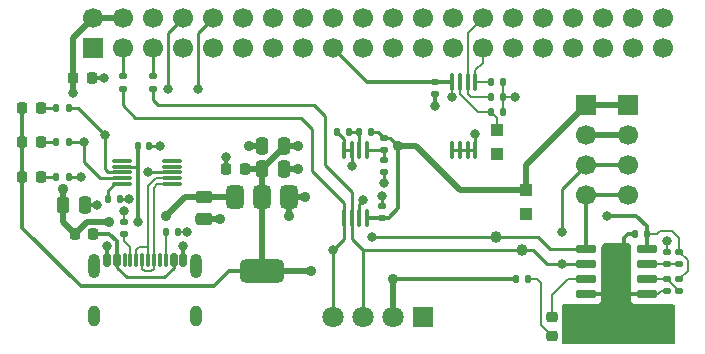
<source format=gtl>
G04 #@! TF.GenerationSoftware,KiCad,Pcbnew,9.0.6-9.0.6~ubuntu22.04.1*
G04 #@! TF.CreationDate,2025-12-28T21:54:20+02:00*
G04 #@! TF.ProjectId,rpi_i2c_board,7270695f-6932-4635-9f62-6f6172642e6b,1.0*
G04 #@! TF.SameCoordinates,PX5f5e100PY5f5e100*
G04 #@! TF.FileFunction,Copper,L1,Top*
G04 #@! TF.FilePolarity,Positive*
%FSLAX46Y46*%
G04 Gerber Fmt 4.6, Leading zero omitted, Abs format (unit mm)*
G04 Created by KiCad (PCBNEW 9.0.6-9.0.6~ubuntu22.04.1) date 2025-12-28 21:54:20*
%MOMM*%
%LPD*%
G01*
G04 APERTURE LIST*
G04 Aperture macros list*
%AMRoundRect*
0 Rectangle with rounded corners*
0 $1 Rounding radius*
0 $2 $3 $4 $5 $6 $7 $8 $9 X,Y pos of 4 corners*
0 Add a 4 corners polygon primitive as box body*
4,1,4,$2,$3,$4,$5,$6,$7,$8,$9,$2,$3,0*
0 Add four circle primitives for the rounded corners*
1,1,$1+$1,$2,$3*
1,1,$1+$1,$4,$5*
1,1,$1+$1,$6,$7*
1,1,$1+$1,$8,$9*
0 Add four rect primitives between the rounded corners*
20,1,$1+$1,$2,$3,$4,$5,0*
20,1,$1+$1,$4,$5,$6,$7,0*
20,1,$1+$1,$6,$7,$8,$9,0*
20,1,$1+$1,$8,$9,$2,$3,0*%
G04 Aperture macros list end*
G04 #@! TA.AperFunction,SMDPad,CuDef*
%ADD10RoundRect,0.135000X-0.185000X0.135000X-0.185000X-0.135000X0.185000X-0.135000X0.185000X0.135000X0*%
G04 #@! TD*
G04 #@! TA.AperFunction,SMDPad,CuDef*
%ADD11RoundRect,0.135000X-0.135000X-0.185000X0.135000X-0.185000X0.135000X0.185000X-0.135000X0.185000X0*%
G04 #@! TD*
G04 #@! TA.AperFunction,SMDPad,CuDef*
%ADD12RoundRect,0.250000X0.250000X0.475000X-0.250000X0.475000X-0.250000X-0.475000X0.250000X-0.475000X0*%
G04 #@! TD*
G04 #@! TA.AperFunction,ComponentPad*
%ADD13R,1.000000X1.000000*%
G04 #@! TD*
G04 #@! TA.AperFunction,ComponentPad*
%ADD14R,1.700000X1.700000*%
G04 #@! TD*
G04 #@! TA.AperFunction,ComponentPad*
%ADD15C,1.700000*%
G04 #@! TD*
G04 #@! TA.AperFunction,SMDPad,CuDef*
%ADD16RoundRect,0.140000X0.140000X0.170000X-0.140000X0.170000X-0.140000X-0.170000X0.140000X-0.170000X0*%
G04 #@! TD*
G04 #@! TA.AperFunction,SMDPad,CuDef*
%ADD17RoundRect,0.218750X-0.256250X0.218750X-0.256250X-0.218750X0.256250X-0.218750X0.256250X0.218750X0*%
G04 #@! TD*
G04 #@! TA.AperFunction,SMDPad,CuDef*
%ADD18RoundRect,0.135000X0.135000X0.185000X-0.135000X0.185000X-0.135000X-0.185000X0.135000X-0.185000X0*%
G04 #@! TD*
G04 #@! TA.AperFunction,SMDPad,CuDef*
%ADD19RoundRect,0.218750X0.218750X0.256250X-0.218750X0.256250X-0.218750X-0.256250X0.218750X-0.256250X0*%
G04 #@! TD*
G04 #@! TA.AperFunction,SMDPad,CuDef*
%ADD20RoundRect,0.225000X0.225000X0.250000X-0.225000X0.250000X-0.225000X-0.250000X0.225000X-0.250000X0*%
G04 #@! TD*
G04 #@! TA.AperFunction,SMDPad,CuDef*
%ADD21RoundRect,0.150000X-0.150000X-0.425000X0.150000X-0.425000X0.150000X0.425000X-0.150000X0.425000X0*%
G04 #@! TD*
G04 #@! TA.AperFunction,SMDPad,CuDef*
%ADD22RoundRect,0.075000X-0.075000X-0.500000X0.075000X-0.500000X0.075000X0.500000X-0.075000X0.500000X0*%
G04 #@! TD*
G04 #@! TA.AperFunction,HeatsinkPad*
%ADD23O,1.000000X2.100000*%
G04 #@! TD*
G04 #@! TA.AperFunction,HeatsinkPad*
%ADD24O,1.000000X1.800000*%
G04 #@! TD*
G04 #@! TA.AperFunction,SMDPad,CuDef*
%ADD25RoundRect,0.250000X-0.250000X-0.475000X0.250000X-0.475000X0.250000X0.475000X-0.250000X0.475000X0*%
G04 #@! TD*
G04 #@! TA.AperFunction,SMDPad,CuDef*
%ADD26C,1.000000*%
G04 #@! TD*
G04 #@! TA.AperFunction,SMDPad,CuDef*
%ADD27RoundRect,0.135000X0.185000X-0.135000X0.185000X0.135000X-0.185000X0.135000X-0.185000X-0.135000X0*%
G04 #@! TD*
G04 #@! TA.AperFunction,SMDPad,CuDef*
%ADD28RoundRect,0.140000X-0.170000X0.140000X-0.170000X-0.140000X0.170000X-0.140000X0.170000X0.140000X0*%
G04 #@! TD*
G04 #@! TA.AperFunction,SMDPad,CuDef*
%ADD29RoundRect,0.250000X-0.475000X0.250000X-0.475000X-0.250000X0.475000X-0.250000X0.475000X0.250000X0*%
G04 #@! TD*
G04 #@! TA.AperFunction,SMDPad,CuDef*
%ADD30RoundRect,0.218750X-0.218750X-0.256250X0.218750X-0.256250X0.218750X0.256250X-0.218750X0.256250X0*%
G04 #@! TD*
G04 #@! TA.AperFunction,SMDPad,CuDef*
%ADD31RoundRect,0.150000X-0.725000X-0.150000X0.725000X-0.150000X0.725000X0.150000X-0.725000X0.150000X0*%
G04 #@! TD*
G04 #@! TA.AperFunction,SMDPad,CuDef*
%ADD32RoundRect,0.140000X0.170000X-0.140000X0.170000X0.140000X-0.170000X0.140000X-0.170000X-0.140000X0*%
G04 #@! TD*
G04 #@! TA.AperFunction,SMDPad,CuDef*
%ADD33RoundRect,0.100000X-0.100000X0.637500X-0.100000X-0.637500X0.100000X-0.637500X0.100000X0.637500X0*%
G04 #@! TD*
G04 #@! TA.AperFunction,SMDPad,CuDef*
%ADD34RoundRect,0.375000X-0.375000X0.625000X-0.375000X-0.625000X0.375000X-0.625000X0.375000X0.625000X0*%
G04 #@! TD*
G04 #@! TA.AperFunction,SMDPad,CuDef*
%ADD35RoundRect,0.500000X-1.400000X0.500000X-1.400000X-0.500000X1.400000X-0.500000X1.400000X0.500000X0*%
G04 #@! TD*
G04 #@! TA.AperFunction,SMDPad,CuDef*
%ADD36RoundRect,0.225000X-0.225000X-0.250000X0.225000X-0.250000X0.225000X0.250000X-0.225000X0.250000X0*%
G04 #@! TD*
G04 #@! TA.AperFunction,SMDPad,CuDef*
%ADD37RoundRect,0.140000X-0.140000X-0.170000X0.140000X-0.170000X0.140000X0.170000X-0.140000X0.170000X0*%
G04 #@! TD*
G04 #@! TA.AperFunction,SMDPad,CuDef*
%ADD38RoundRect,0.087500X0.725000X0.087500X-0.725000X0.087500X-0.725000X-0.087500X0.725000X-0.087500X0*%
G04 #@! TD*
G04 #@! TA.AperFunction,SMDPad,CuDef*
%ADD39RoundRect,0.100000X0.100000X-0.637500X0.100000X0.637500X-0.100000X0.637500X-0.100000X-0.637500X0*%
G04 #@! TD*
G04 #@! TA.AperFunction,ComponentPad*
%ADD40R,1.800000X1.800000*%
G04 #@! TD*
G04 #@! TA.AperFunction,ComponentPad*
%ADD41C,1.800000*%
G04 #@! TD*
G04 #@! TA.AperFunction,ViaPad*
%ADD42C,0.900000*%
G04 #@! TD*
G04 #@! TA.AperFunction,ViaPad*
%ADD43C,0.800000*%
G04 #@! TD*
G04 #@! TA.AperFunction,Conductor*
%ADD44C,0.350000*%
G04 #@! TD*
G04 #@! TA.AperFunction,Conductor*
%ADD45C,0.300000*%
G04 #@! TD*
G04 #@! TA.AperFunction,Conductor*
%ADD46C,0.250000*%
G04 #@! TD*
G04 #@! TA.AperFunction,Conductor*
%ADD47C,0.500000*%
G04 #@! TD*
G04 #@! TA.AperFunction,Conductor*
%ADD48C,0.200000*%
G04 #@! TD*
G04 APERTURE END LIST*
D10*
X13450000Y22860000D03*
X13450000Y21840000D03*
D11*
X5308500Y14351000D03*
X6328500Y14351000D03*
D12*
X24597400Y16967200D03*
X22697400Y16967200D03*
D10*
X33020000Y17647000D03*
X33020000Y16627000D03*
D11*
X5308500Y20193000D03*
X6328500Y20193000D03*
D13*
X42572000Y16256000D03*
D14*
X53680000Y20447000D03*
D15*
X53680000Y17907000D03*
X53680000Y15367000D03*
X53680000Y12827000D03*
D16*
X13169400Y16944000D03*
X12209400Y16944000D03*
D11*
X44192000Y5715000D03*
X45212000Y5715000D03*
D17*
X47244000Y2489300D03*
X47244000Y914300D03*
D18*
X30048200Y18161000D03*
X29028200Y18161000D03*
D19*
X3962500Y20193000D03*
X2387500Y20193000D03*
X3962500Y17280000D03*
X2387500Y17280000D03*
D11*
X5308500Y17280000D03*
X6328500Y17280000D03*
D20*
X21248600Y14986000D03*
X19698600Y14986000D03*
D21*
X9620000Y7355000D03*
X10420000Y7355000D03*
D22*
X11570000Y7355000D03*
X12570000Y7355000D03*
X13070000Y7355000D03*
X14070000Y7355000D03*
D21*
X15220000Y7355000D03*
X16020000Y7355000D03*
X16020000Y7355000D03*
X15220000Y7355000D03*
D22*
X14570000Y7355000D03*
X13570000Y7355000D03*
X12070000Y7355000D03*
X11070000Y7355000D03*
D21*
X10420000Y7355000D03*
X9620000Y7355000D03*
D23*
X8500000Y6780000D03*
D24*
X8500000Y2600000D03*
D23*
X17140000Y6780000D03*
D24*
X17140000Y2600000D03*
D10*
X11049000Y10568400D03*
X11049000Y9548400D03*
X57023000Y5715000D03*
X57023000Y4695000D03*
D25*
X5841400Y11938000D03*
X7741400Y11938000D03*
D18*
X15590000Y9657000D03*
X14570000Y9657000D03*
X31967000Y18161000D03*
X30947000Y18161000D03*
D26*
X42545000Y9271000D03*
D27*
X57023000Y6985000D03*
X57023000Y8005000D03*
D28*
X37365000Y22352000D03*
X37365000Y21392000D03*
D10*
X33020000Y15773400D03*
X33020000Y14753400D03*
D13*
X45085000Y11176000D03*
D25*
X22707600Y14986000D03*
X24607600Y14986000D03*
D13*
X45085000Y13208000D03*
D29*
X17780000Y12675000D03*
X17780000Y10775000D03*
D10*
X10910000Y22860000D03*
X10910000Y21840000D03*
D30*
X6858600Y9525000D03*
X8433600Y9525000D03*
D31*
X50130000Y8255000D03*
X50130000Y6985000D03*
X50130000Y5715000D03*
X50130000Y4445000D03*
X55280000Y4445000D03*
X55280000Y5715000D03*
X55280000Y6985000D03*
X55280000Y8255000D03*
D26*
X44704000Y8150000D03*
D14*
X50130000Y20447000D03*
D15*
X50130000Y17907000D03*
X50130000Y15367000D03*
X50130000Y12827000D03*
D10*
X58039000Y8005000D03*
X58039000Y6985000D03*
D16*
X55280000Y9525000D03*
X54320000Y9525000D03*
D18*
X43084000Y21082000D03*
X42064000Y21082000D03*
D32*
X32893000Y10902000D03*
X32893000Y11862000D03*
D33*
X31597000Y16627000D03*
X30947000Y16627000D03*
X30297000Y16627000D03*
X29647000Y16627000D03*
X29647000Y10902000D03*
X30297000Y10902000D03*
X30947000Y10902000D03*
X31597000Y10902000D03*
D10*
X58039000Y5719000D03*
X58039000Y4699000D03*
D34*
X25007600Y12675000D03*
X22707600Y12675000D03*
D35*
X22707600Y6375000D03*
D34*
X20407600Y12675000D03*
D19*
X3962500Y14351000D03*
X2387500Y14351000D03*
D13*
X42572000Y18288000D03*
D36*
X6731000Y22733000D03*
X8281000Y22733000D03*
D37*
X9712200Y12473600D03*
X10672200Y12473600D03*
D38*
X15050500Y13732000D03*
X15050500Y14232000D03*
X15050500Y14732000D03*
X15050500Y15232000D03*
X15050500Y15732000D03*
X10825500Y15732000D03*
X10825500Y15232000D03*
X10825500Y14732000D03*
X10825500Y14232000D03*
X10825500Y13732000D03*
D39*
X38832000Y16627000D03*
X39482000Y16627000D03*
X40132000Y16627000D03*
X40782000Y16627000D03*
X40782000Y22352000D03*
X40132000Y22352000D03*
X39482000Y22352000D03*
X38832000Y22352000D03*
D18*
X43082000Y22352000D03*
X42062000Y22352000D03*
X43084000Y19812000D03*
X42064000Y19812000D03*
D40*
X36300000Y2500000D03*
D41*
X33760000Y2500000D03*
X31220000Y2500000D03*
X28680000Y2500000D03*
D14*
X8370000Y25230000D03*
D15*
X8370000Y27770000D03*
X10910000Y25230000D03*
X10910000Y27770000D03*
X13450000Y25230000D03*
X13450000Y27770000D03*
X15990000Y25230000D03*
X15990000Y27770000D03*
X18530000Y25230000D03*
X18530000Y27770000D03*
X21070000Y25230000D03*
X21070000Y27770000D03*
X23610000Y25230000D03*
X23610000Y27770000D03*
X26150000Y25230000D03*
X26150000Y27770000D03*
X28690000Y25230000D03*
X28690000Y27770000D03*
X31230000Y25230000D03*
X31230000Y27770000D03*
X33770000Y25230000D03*
X33770000Y27770000D03*
X36310000Y25230000D03*
X36310000Y27770000D03*
X38850000Y25230000D03*
X38850000Y27770000D03*
X41390000Y25230000D03*
X41390000Y27770000D03*
X43930000Y25230000D03*
X43930000Y27770000D03*
X46470000Y25230000D03*
X46470000Y27770000D03*
X49010000Y25230000D03*
X49010000Y27770000D03*
X51550000Y25230000D03*
X51550000Y27770000D03*
X54090000Y25230000D03*
X54090000Y27770000D03*
X56630000Y25230000D03*
X56630000Y27770000D03*
D42*
X53340000Y5715000D03*
X53340000Y1270000D03*
D43*
X32893000Y12750800D03*
X57023000Y8890000D03*
X9322400Y22733000D03*
D42*
X55880000Y2540000D03*
D43*
X9620000Y8509000D03*
X13065000Y14732000D03*
X37365000Y20402000D03*
D42*
X54610000Y2540000D03*
X53340000Y8255000D03*
D43*
X11430000Y12473600D03*
D42*
X54610000Y1270000D03*
X53340000Y6985000D03*
X52070000Y6985000D03*
X26390600Y12675000D03*
D43*
X14086400Y16944000D03*
X8737600Y11938000D03*
D42*
X50800000Y2540000D03*
D43*
X30297000Y15316200D03*
X40782000Y18000000D03*
X16383000Y9657000D03*
D42*
X52070000Y8255000D03*
D43*
X16020000Y8509000D03*
D42*
X49530000Y2540000D03*
X52070000Y4445000D03*
X49530000Y1270000D03*
D43*
X11049000Y11430000D03*
D42*
X52070000Y5715000D03*
D43*
X7366000Y14351000D03*
D42*
X53340000Y4445000D03*
D43*
X33020000Y13868400D03*
D42*
X52070000Y1270000D03*
X55880000Y1270000D03*
X52070000Y2540000D03*
X19177000Y10775000D03*
D43*
X31292800Y12395200D03*
X19698600Y16001400D03*
D42*
X50800000Y1270000D03*
X25007600Y11049000D03*
X53340000Y2540000D03*
X21590000Y16941800D03*
X25755600Y14986000D03*
D43*
X7620000Y17280000D03*
X14720000Y21840000D03*
X17260000Y21840000D03*
X9398000Y17907000D03*
D42*
X9779000Y10541000D03*
D43*
X6731000Y21463000D03*
D42*
X5841400Y13309600D03*
D43*
X12217400Y10541000D03*
D42*
X14570000Y11049000D03*
D43*
X51943000Y11049000D03*
D42*
X25755600Y16967200D03*
X34264600Y16967200D03*
X33760000Y5715000D03*
X26898600Y6375400D03*
D43*
X48133000Y6985000D03*
X48133000Y9652000D03*
X28680000Y8131000D03*
X32004000Y9271000D03*
X44100000Y21082000D03*
X38832000Y21082000D03*
D44*
X55280000Y4445000D02*
X53340000Y4445000D01*
X7741400Y11938000D02*
X8737600Y11938000D01*
D45*
X37365000Y21392000D02*
X37365000Y20402000D01*
D44*
X19698600Y16001400D02*
X19698600Y14986000D01*
X9322400Y22733000D02*
X8281000Y22733000D01*
D46*
X33020000Y14753400D02*
X33020000Y13868400D01*
D47*
X50130000Y17907000D02*
X53680000Y17907000D01*
D46*
X13169400Y16944000D02*
X14086400Y16944000D01*
D45*
X53340000Y8255000D02*
X53340000Y9144000D01*
D47*
X26390600Y12675000D02*
X25007600Y12675000D01*
D48*
X11049000Y10568400D02*
X11049000Y11430000D01*
D47*
X22707600Y16941800D02*
X21590000Y16941800D01*
D45*
X54320000Y9525000D02*
X53721000Y9525000D01*
D44*
X9620000Y7355000D02*
X9620000Y8509000D01*
D46*
X39482000Y16627000D02*
X40132000Y16627000D01*
X38832000Y16627000D02*
X39482000Y16627000D01*
D47*
X17780000Y10775000D02*
X19177000Y10775000D01*
D44*
X50130000Y4445000D02*
X52070000Y4445000D01*
D48*
X57023000Y4695000D02*
X56511000Y4695000D01*
D47*
X24607600Y14986000D02*
X25755600Y14986000D01*
D46*
X32893000Y12750800D02*
X32893000Y11862000D01*
D47*
X25007600Y11049000D02*
X25007600Y12675000D01*
D48*
X57023000Y8890000D02*
X57023000Y8005000D01*
D46*
X6328500Y14351000D02*
X7366000Y14351000D01*
X40132000Y16627000D02*
X40782000Y16627000D01*
D45*
X53340000Y9144000D02*
X53721000Y9525000D01*
D48*
X15590000Y9657000D02*
X16383000Y9657000D01*
D44*
X16020000Y7355000D02*
X16020000Y8509000D01*
D46*
X10672200Y12473600D02*
X11430000Y12473600D01*
X29647000Y16627000D02*
X29647000Y17542200D01*
D48*
X55280000Y4445000D02*
X56261000Y4445000D01*
D46*
X15050500Y14732000D02*
X13065000Y14732000D01*
X30947000Y10902000D02*
X30947000Y12049400D01*
X40782000Y16627000D02*
X40782000Y18000000D01*
X29647000Y17542200D02*
X29028200Y18161000D01*
X30947000Y12049400D02*
X31292800Y12395200D01*
X30297000Y16627000D02*
X30297000Y15316200D01*
X29647000Y16627000D02*
X30297000Y16627000D01*
D48*
X56511000Y4695000D02*
X56261000Y4445000D01*
D46*
X10910000Y25230000D02*
X10910000Y22860000D01*
X13450000Y25230000D02*
X13450000Y22860000D01*
X15990000Y27770000D02*
X14720000Y26500000D01*
X10825500Y14232000D02*
X9017000Y14232000D01*
X14720000Y26500000D02*
X14720000Y22225000D01*
X6328500Y17280000D02*
X7620000Y17280000D01*
X7620000Y17280000D02*
X7620000Y15629000D01*
X7620000Y15629000D02*
X9017000Y14232000D01*
X6328500Y20193000D02*
X7112000Y20193000D01*
X9398000Y15045000D02*
X9398000Y17907000D01*
X17260000Y22225000D02*
X17260000Y26500000D01*
X17260000Y26500000D02*
X18530000Y27770000D01*
X9711000Y14732000D02*
X9398000Y15045000D01*
X7112000Y20193000D02*
X9398000Y17907000D01*
X10825500Y14732000D02*
X9711000Y14732000D01*
D48*
X40782000Y22352000D02*
X42062000Y22352000D01*
X42064000Y22352000D02*
X40782000Y22352000D01*
X40782000Y23395000D02*
X41390000Y24003000D01*
X41390000Y25230000D02*
X41390000Y24003000D01*
X40782000Y22352000D02*
X40782000Y23395000D01*
X40132000Y21336000D02*
X40132000Y22352000D01*
X40132000Y26512000D02*
X40132000Y22352000D01*
X41390000Y27770000D02*
X40132000Y26512000D01*
X40386000Y21082000D02*
X40132000Y21336000D01*
X42064000Y21082000D02*
X40386000Y21082000D01*
D45*
X12217400Y15240000D02*
X12217400Y16936000D01*
D47*
X17780000Y12675000D02*
X16196000Y12675000D01*
X9779000Y10541000D02*
X7874600Y10541000D01*
X7874600Y10541000D02*
X6858600Y9525000D01*
X5841400Y11938000D02*
X5841400Y10542200D01*
X17780000Y12675000D02*
X20407600Y12675000D01*
D46*
X12217400Y16936000D02*
X12209400Y16944000D01*
D45*
X12217400Y15240000D02*
X12217400Y10541000D01*
D47*
X6731000Y21717000D02*
X6731000Y22733000D01*
X10910000Y27770000D02*
X8370000Y27770000D01*
X6731000Y22733000D02*
X6731000Y26131000D01*
D46*
X12209400Y15232000D02*
X12217400Y15240000D01*
D47*
X8370000Y27770000D02*
X6731000Y26131000D01*
X16196000Y12675000D02*
X14570000Y11049000D01*
X5841400Y11684000D02*
X5841400Y13309600D01*
D46*
X10825500Y15232000D02*
X12209400Y15232000D01*
D47*
X5841400Y10542200D02*
X6858600Y9525000D01*
X24597400Y16967200D02*
X24597400Y16875800D01*
D45*
X55280000Y10160000D02*
X55280000Y9525000D01*
D46*
X31967000Y18161000D02*
X32506000Y18161000D01*
D47*
X45085000Y15402000D02*
X50130000Y20447000D01*
D48*
X58737500Y6477000D02*
X58737500Y7306500D01*
D44*
X19938600Y6375000D02*
X22707600Y6375000D01*
D45*
X51943000Y11049000D02*
X54391000Y11049000D01*
D44*
X18643600Y5080000D02*
X19938600Y6375000D01*
D48*
X57404000Y9779000D02*
X58039000Y9144000D01*
D47*
X24597400Y16875800D02*
X22707600Y14986000D01*
D48*
X58737500Y6477000D02*
X58737500Y6417500D01*
D44*
X2387500Y20193000D02*
X2387500Y17280000D01*
D48*
X58039000Y9144000D02*
X58039000Y8005000D01*
D47*
X22707600Y6375000D02*
X26898200Y6375000D01*
D48*
X55280000Y9525000D02*
X56134000Y9525000D01*
D44*
X2387500Y17280000D02*
X2387500Y14351000D01*
X31597000Y10902000D02*
X32893000Y10902000D01*
D45*
X54391000Y11049000D02*
X55280000Y10160000D01*
D44*
X2387500Y10058500D02*
X7366000Y5080000D01*
D47*
X34264600Y16967200D02*
X35712400Y16967200D01*
D44*
X2387500Y14351000D02*
X2387500Y10058500D01*
D46*
X32506000Y18161000D02*
X33020000Y17647000D01*
D45*
X55280000Y9525000D02*
X55280000Y8255000D01*
D46*
X33584800Y17647000D02*
X34264600Y16967200D01*
D47*
X39471600Y13208000D02*
X45085000Y13208000D01*
D44*
X34264600Y16967200D02*
X34264600Y11734800D01*
D47*
X26898200Y6375000D02*
X26898600Y6375400D01*
D44*
X32893000Y10902000D02*
X33431800Y10902000D01*
D46*
X33020000Y17647000D02*
X33584800Y17647000D01*
D47*
X39471600Y13208000D02*
X35712400Y16967200D01*
D44*
X7366000Y5080000D02*
X18643600Y5080000D01*
D47*
X21248600Y14986000D02*
X22707600Y14986000D01*
X22707600Y12675000D02*
X22707600Y14986000D01*
D48*
X58737500Y6417500D02*
X58039000Y5719000D01*
D44*
X33431800Y10902000D02*
X34264600Y11734800D01*
D47*
X33760000Y2500000D02*
X33760000Y5715000D01*
X25755600Y16967200D02*
X24597400Y16967200D01*
D48*
X57404000Y9779000D02*
X56388000Y9779000D01*
X58737500Y7306500D02*
X58039000Y8005000D01*
D47*
X50130000Y20447000D02*
X53680000Y20447000D01*
X45085000Y13208000D02*
X45085000Y15402000D01*
D48*
X56388000Y9779000D02*
X56134000Y9525000D01*
D45*
X44192000Y5715000D02*
X33760000Y5715000D01*
D47*
X22707600Y6375000D02*
X22707600Y12675000D01*
D48*
X42572000Y19304000D02*
X42064000Y19812000D01*
X39482000Y22352000D02*
X39482000Y21336000D01*
X41006000Y19812000D02*
X39482000Y21336000D01*
X42064000Y19812000D02*
X41006000Y19812000D01*
X42572000Y18288000D02*
X42572000Y19304000D01*
D46*
X45672600Y8150000D02*
X44704000Y8150000D01*
X31220000Y2500000D02*
X31220000Y8150000D01*
X13450000Y21840000D02*
X13450000Y20840000D01*
X13868400Y20421600D02*
X27076400Y20421600D01*
X13450000Y20840000D02*
X13868400Y20421600D01*
X48133000Y9652000D02*
X48133000Y13370000D01*
X48133000Y13370000D02*
X50130000Y15367000D01*
X30297000Y9073000D02*
X31220000Y8150000D01*
X30297000Y13086200D02*
X28016200Y15367000D01*
D44*
X50130000Y15367000D02*
X53680000Y15367000D01*
D46*
X30297000Y10902000D02*
X30297000Y9073000D01*
X27076400Y20421600D02*
X28016200Y19481800D01*
X28016200Y19481800D02*
X28016200Y15367000D01*
X46837600Y6985000D02*
X50130000Y6985000D01*
X46837600Y6985000D02*
X45672600Y8150000D01*
X30297000Y10902000D02*
X30297000Y13086200D01*
X44704000Y8150000D02*
X31220000Y8150000D01*
X26924000Y14859000D02*
X26924000Y18415000D01*
X29647000Y12136000D02*
X26924000Y14859000D01*
X50130000Y8255000D02*
X47117000Y8255000D01*
D44*
X50130000Y12827000D02*
X53680000Y12827000D01*
X50130000Y8255000D02*
X50130000Y12827000D01*
D46*
X26924000Y18415000D02*
X25984200Y19354800D01*
X46101000Y9271000D02*
X42164000Y9271000D01*
X29647000Y10902000D02*
X29647000Y12136000D01*
X47117000Y8255000D02*
X46101000Y9271000D01*
X25984200Y19354800D02*
X11988800Y19354800D01*
X42164000Y9271000D02*
X32004000Y9271000D01*
X29647000Y9098000D02*
X29647000Y10902000D01*
X28680000Y8131000D02*
X29647000Y9098000D01*
X11988800Y19354800D02*
X10910000Y20433600D01*
X28680000Y2500000D02*
X28680000Y8131000D01*
X10910000Y20433600D02*
X10910000Y21840000D01*
X30048200Y18161000D02*
X30947000Y18161000D01*
X30947000Y16627000D02*
X30947000Y18288000D01*
X33020000Y16627000D02*
X33020000Y15773400D01*
X31597000Y16627000D02*
X33020000Y16627000D01*
D48*
X14570000Y7355000D02*
X14570000Y9657000D01*
X11049000Y8903000D02*
X11570000Y8382000D01*
X11570000Y7355000D02*
X11570000Y8382000D01*
X11049000Y9548400D02*
X11049000Y8903000D01*
X13570000Y13459000D02*
X13843000Y13732000D01*
X12570000Y6582500D02*
X12802500Y6350000D01*
X13843000Y13732000D02*
X15050500Y13732000D01*
X12802500Y6350000D02*
X13337500Y6350000D01*
X13570000Y6582500D02*
X13337500Y6350000D01*
X13570000Y7355000D02*
X13570000Y6582500D01*
X13570000Y7355000D02*
X13570000Y13459000D01*
X12570000Y7355000D02*
X12570000Y6582500D01*
X13070000Y13602000D02*
X13700000Y14232000D01*
X12070000Y8194000D02*
X12258000Y8382000D01*
X13700000Y14232000D02*
X15050500Y14232000D01*
X12258000Y8382000D02*
X13070000Y8382000D01*
X12070000Y7355000D02*
X12070000Y8194000D01*
X13070000Y8382000D02*
X13070000Y13602000D01*
X13070000Y7355000D02*
X13070000Y8382000D01*
D46*
X11260369Y5842000D02*
X14379631Y5842000D01*
D44*
X8433600Y9398000D02*
X8447400Y9411800D01*
X10420000Y8890000D02*
X10420000Y7355000D01*
X10420000Y7355000D02*
X10445000Y7380000D01*
D46*
X11260369Y5842000D02*
X10420000Y6682369D01*
D44*
X8433600Y9525000D02*
X9785000Y9525000D01*
X9785000Y9525000D02*
X10420000Y8890000D01*
D46*
X15220000Y7355000D02*
X15220000Y6682369D01*
X15220000Y6682369D02*
X14379631Y5842000D01*
X10420000Y6682369D02*
X10420000Y7355000D01*
D48*
X55280000Y6985000D02*
X57023000Y6985000D01*
X58039000Y6985000D02*
X57023000Y6985000D01*
X45212000Y5715000D02*
X45973325Y5715000D01*
X45973325Y5715000D02*
X46354325Y5334000D01*
X46354325Y5334000D02*
X46354325Y1803975D01*
X46354325Y1803975D02*
X47244000Y914300D01*
X48641000Y5715000D02*
X50130000Y5715000D01*
X48641000Y5715000D02*
X47244000Y4318000D01*
X47244000Y4318000D02*
X47244000Y2489300D01*
X57023000Y5715000D02*
X58039000Y4699000D01*
X57023000Y5715000D02*
X55280000Y5715000D01*
D45*
X38832000Y22352000D02*
X37365000Y22352000D01*
D48*
X43084000Y21082000D02*
X44100000Y21082000D01*
X43084000Y19812000D02*
X43084000Y21082000D01*
D45*
X37365000Y22352000D02*
X31568000Y22352000D01*
D48*
X43084000Y22352000D02*
X43084000Y21082000D01*
D45*
X31568000Y22352000D02*
X28690000Y25230000D01*
D48*
X38832000Y22352000D02*
X38832000Y21082000D01*
D46*
X10236200Y13732000D02*
X9712200Y13208000D01*
X9712200Y12473600D02*
X9712200Y13208000D01*
X10825500Y13732000D02*
X10236200Y13732000D01*
X3962500Y17280000D02*
X5308500Y17280000D01*
X3962500Y20193000D02*
X5308500Y20193000D01*
X3962500Y14351000D02*
X5308500Y14351000D01*
G04 #@! TA.AperFunction,Conductor*
G36*
X53669917Y8757106D02*
G01*
X53698929Y8748494D01*
X53728588Y8742415D01*
X53734880Y8737822D01*
X53737975Y8736903D01*
X53757550Y8721274D01*
X53937016Y8546080D01*
X53971789Y8484182D01*
X53975000Y8455918D01*
X53975000Y3809999D01*
X54228998Y3556001D01*
X54229000Y3556000D01*
X57544000Y3556000D01*
X57612121Y3535998D01*
X57658614Y3482342D01*
X57670000Y3430000D01*
X57670000Y329200D01*
X57649998Y261079D01*
X57596342Y214586D01*
X57544000Y203200D01*
X48231000Y203200D01*
X48162879Y223202D01*
X48116386Y276858D01*
X48105000Y329200D01*
X48105000Y3430000D01*
X48125002Y3498121D01*
X48178658Y3544614D01*
X48231000Y3556000D01*
X51181000Y3556000D01*
X51435000Y3810000D01*
X51435000Y8456810D01*
X51455002Y8524931D01*
X51471899Y8545900D01*
X51651943Y8725944D01*
X51714251Y8759966D01*
X51741401Y8762845D01*
X53669917Y8757106D01*
G37*
G04 #@! TD.AperFunction*
M02*

</source>
